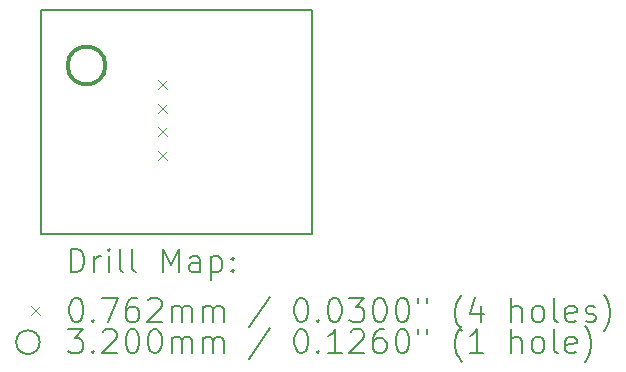
<source format=gbr>
%TF.GenerationSoftware,KiCad,Pcbnew,8.0.4-8.0.4-0~ubuntu24.04.1*%
%TF.CreationDate,2024-09-02T11:32:34+02:00*%
%TF.ProjectId,avos_mini_tapper_coils,61766f73-5f6d-4696-9e69-5f7461707065,rev?*%
%TF.SameCoordinates,Original*%
%TF.FileFunction,Drillmap*%
%TF.FilePolarity,Positive*%
%FSLAX45Y45*%
G04 Gerber Fmt 4.5, Leading zero omitted, Abs format (unit mm)*
G04 Created by KiCad (PCBNEW 8.0.4-8.0.4-0~ubuntu24.04.1) date 2024-09-02 11:32:34*
%MOMM*%
%LPD*%
G01*
G04 APERTURE LIST*
%ADD10C,0.150000*%
%ADD11C,0.200000*%
%ADD12C,0.100000*%
%ADD13C,0.320000*%
G04 APERTURE END LIST*
D10*
X10700000Y-11300000D02*
X10700000Y-9399000D01*
X13000000Y-9400000D02*
X10700000Y-9399000D01*
X13000000Y-11300000D02*
X10700000Y-11300000D01*
X13000000Y-9400000D02*
X13000000Y-11300000D01*
D11*
D12*
X11697400Y-9990900D02*
X11773600Y-10067100D01*
X11773600Y-9990900D02*
X11697400Y-10067100D01*
X11697400Y-10190900D02*
X11773600Y-10267100D01*
X11773600Y-10190900D02*
X11697400Y-10267100D01*
X11697400Y-10390900D02*
X11773600Y-10467100D01*
X11773600Y-10390900D02*
X11697400Y-10467100D01*
X11697400Y-10590900D02*
X11773600Y-10667100D01*
X11773600Y-10590900D02*
X11697400Y-10667100D01*
D13*
X11248000Y-9869000D02*
G75*
G02*
X10928000Y-9869000I-160000J0D01*
G01*
X10928000Y-9869000D02*
G75*
G02*
X11248000Y-9869000I160000J0D01*
G01*
D11*
X10953277Y-11618984D02*
X10953277Y-11418984D01*
X10953277Y-11418984D02*
X11000896Y-11418984D01*
X11000896Y-11418984D02*
X11029467Y-11428508D01*
X11029467Y-11428508D02*
X11048515Y-11447555D01*
X11048515Y-11447555D02*
X11058039Y-11466603D01*
X11058039Y-11466603D02*
X11067563Y-11504698D01*
X11067563Y-11504698D02*
X11067563Y-11533269D01*
X11067563Y-11533269D02*
X11058039Y-11571365D01*
X11058039Y-11571365D02*
X11048515Y-11590412D01*
X11048515Y-11590412D02*
X11029467Y-11609460D01*
X11029467Y-11609460D02*
X11000896Y-11618984D01*
X11000896Y-11618984D02*
X10953277Y-11618984D01*
X11153277Y-11618984D02*
X11153277Y-11485650D01*
X11153277Y-11523746D02*
X11162801Y-11504698D01*
X11162801Y-11504698D02*
X11172324Y-11495174D01*
X11172324Y-11495174D02*
X11191372Y-11485650D01*
X11191372Y-11485650D02*
X11210420Y-11485650D01*
X11277086Y-11618984D02*
X11277086Y-11485650D01*
X11277086Y-11418984D02*
X11267562Y-11428508D01*
X11267562Y-11428508D02*
X11277086Y-11438031D01*
X11277086Y-11438031D02*
X11286610Y-11428508D01*
X11286610Y-11428508D02*
X11277086Y-11418984D01*
X11277086Y-11418984D02*
X11277086Y-11438031D01*
X11400896Y-11618984D02*
X11381848Y-11609460D01*
X11381848Y-11609460D02*
X11372324Y-11590412D01*
X11372324Y-11590412D02*
X11372324Y-11418984D01*
X11505658Y-11618984D02*
X11486610Y-11609460D01*
X11486610Y-11609460D02*
X11477086Y-11590412D01*
X11477086Y-11590412D02*
X11477086Y-11418984D01*
X11734229Y-11618984D02*
X11734229Y-11418984D01*
X11734229Y-11418984D02*
X11800896Y-11561841D01*
X11800896Y-11561841D02*
X11867562Y-11418984D01*
X11867562Y-11418984D02*
X11867562Y-11618984D01*
X12048515Y-11618984D02*
X12048515Y-11514222D01*
X12048515Y-11514222D02*
X12038991Y-11495174D01*
X12038991Y-11495174D02*
X12019943Y-11485650D01*
X12019943Y-11485650D02*
X11981848Y-11485650D01*
X11981848Y-11485650D02*
X11962801Y-11495174D01*
X12048515Y-11609460D02*
X12029467Y-11618984D01*
X12029467Y-11618984D02*
X11981848Y-11618984D01*
X11981848Y-11618984D02*
X11962801Y-11609460D01*
X11962801Y-11609460D02*
X11953277Y-11590412D01*
X11953277Y-11590412D02*
X11953277Y-11571365D01*
X11953277Y-11571365D02*
X11962801Y-11552317D01*
X11962801Y-11552317D02*
X11981848Y-11542793D01*
X11981848Y-11542793D02*
X12029467Y-11542793D01*
X12029467Y-11542793D02*
X12048515Y-11533269D01*
X12143753Y-11485650D02*
X12143753Y-11685650D01*
X12143753Y-11495174D02*
X12162801Y-11485650D01*
X12162801Y-11485650D02*
X12200896Y-11485650D01*
X12200896Y-11485650D02*
X12219943Y-11495174D01*
X12219943Y-11495174D02*
X12229467Y-11504698D01*
X12229467Y-11504698D02*
X12238991Y-11523746D01*
X12238991Y-11523746D02*
X12238991Y-11580888D01*
X12238991Y-11580888D02*
X12229467Y-11599936D01*
X12229467Y-11599936D02*
X12219943Y-11609460D01*
X12219943Y-11609460D02*
X12200896Y-11618984D01*
X12200896Y-11618984D02*
X12162801Y-11618984D01*
X12162801Y-11618984D02*
X12143753Y-11609460D01*
X12324705Y-11599936D02*
X12334229Y-11609460D01*
X12334229Y-11609460D02*
X12324705Y-11618984D01*
X12324705Y-11618984D02*
X12315182Y-11609460D01*
X12315182Y-11609460D02*
X12324705Y-11599936D01*
X12324705Y-11599936D02*
X12324705Y-11618984D01*
X12324705Y-11495174D02*
X12334229Y-11504698D01*
X12334229Y-11504698D02*
X12324705Y-11514222D01*
X12324705Y-11514222D02*
X12315182Y-11504698D01*
X12315182Y-11504698D02*
X12324705Y-11495174D01*
X12324705Y-11495174D02*
X12324705Y-11514222D01*
D12*
X10616300Y-11909400D02*
X10692500Y-11985600D01*
X10692500Y-11909400D02*
X10616300Y-11985600D01*
D11*
X10991372Y-11838984D02*
X11010420Y-11838984D01*
X11010420Y-11838984D02*
X11029467Y-11848508D01*
X11029467Y-11848508D02*
X11038991Y-11858031D01*
X11038991Y-11858031D02*
X11048515Y-11877079D01*
X11048515Y-11877079D02*
X11058039Y-11915174D01*
X11058039Y-11915174D02*
X11058039Y-11962793D01*
X11058039Y-11962793D02*
X11048515Y-12000888D01*
X11048515Y-12000888D02*
X11038991Y-12019936D01*
X11038991Y-12019936D02*
X11029467Y-12029460D01*
X11029467Y-12029460D02*
X11010420Y-12038984D01*
X11010420Y-12038984D02*
X10991372Y-12038984D01*
X10991372Y-12038984D02*
X10972324Y-12029460D01*
X10972324Y-12029460D02*
X10962801Y-12019936D01*
X10962801Y-12019936D02*
X10953277Y-12000888D01*
X10953277Y-12000888D02*
X10943753Y-11962793D01*
X10943753Y-11962793D02*
X10943753Y-11915174D01*
X10943753Y-11915174D02*
X10953277Y-11877079D01*
X10953277Y-11877079D02*
X10962801Y-11858031D01*
X10962801Y-11858031D02*
X10972324Y-11848508D01*
X10972324Y-11848508D02*
X10991372Y-11838984D01*
X11143753Y-12019936D02*
X11153277Y-12029460D01*
X11153277Y-12029460D02*
X11143753Y-12038984D01*
X11143753Y-12038984D02*
X11134229Y-12029460D01*
X11134229Y-12029460D02*
X11143753Y-12019936D01*
X11143753Y-12019936D02*
X11143753Y-12038984D01*
X11219943Y-11838984D02*
X11353277Y-11838984D01*
X11353277Y-11838984D02*
X11267562Y-12038984D01*
X11515182Y-11838984D02*
X11477086Y-11838984D01*
X11477086Y-11838984D02*
X11458039Y-11848508D01*
X11458039Y-11848508D02*
X11448515Y-11858031D01*
X11448515Y-11858031D02*
X11429467Y-11886603D01*
X11429467Y-11886603D02*
X11419943Y-11924698D01*
X11419943Y-11924698D02*
X11419943Y-12000888D01*
X11419943Y-12000888D02*
X11429467Y-12019936D01*
X11429467Y-12019936D02*
X11438991Y-12029460D01*
X11438991Y-12029460D02*
X11458039Y-12038984D01*
X11458039Y-12038984D02*
X11496134Y-12038984D01*
X11496134Y-12038984D02*
X11515182Y-12029460D01*
X11515182Y-12029460D02*
X11524705Y-12019936D01*
X11524705Y-12019936D02*
X11534229Y-12000888D01*
X11534229Y-12000888D02*
X11534229Y-11953269D01*
X11534229Y-11953269D02*
X11524705Y-11934222D01*
X11524705Y-11934222D02*
X11515182Y-11924698D01*
X11515182Y-11924698D02*
X11496134Y-11915174D01*
X11496134Y-11915174D02*
X11458039Y-11915174D01*
X11458039Y-11915174D02*
X11438991Y-11924698D01*
X11438991Y-11924698D02*
X11429467Y-11934222D01*
X11429467Y-11934222D02*
X11419943Y-11953269D01*
X11610420Y-11858031D02*
X11619943Y-11848508D01*
X11619943Y-11848508D02*
X11638991Y-11838984D01*
X11638991Y-11838984D02*
X11686610Y-11838984D01*
X11686610Y-11838984D02*
X11705658Y-11848508D01*
X11705658Y-11848508D02*
X11715182Y-11858031D01*
X11715182Y-11858031D02*
X11724705Y-11877079D01*
X11724705Y-11877079D02*
X11724705Y-11896127D01*
X11724705Y-11896127D02*
X11715182Y-11924698D01*
X11715182Y-11924698D02*
X11600896Y-12038984D01*
X11600896Y-12038984D02*
X11724705Y-12038984D01*
X11810420Y-12038984D02*
X11810420Y-11905650D01*
X11810420Y-11924698D02*
X11819943Y-11915174D01*
X11819943Y-11915174D02*
X11838991Y-11905650D01*
X11838991Y-11905650D02*
X11867563Y-11905650D01*
X11867563Y-11905650D02*
X11886610Y-11915174D01*
X11886610Y-11915174D02*
X11896134Y-11934222D01*
X11896134Y-11934222D02*
X11896134Y-12038984D01*
X11896134Y-11934222D02*
X11905658Y-11915174D01*
X11905658Y-11915174D02*
X11924705Y-11905650D01*
X11924705Y-11905650D02*
X11953277Y-11905650D01*
X11953277Y-11905650D02*
X11972324Y-11915174D01*
X11972324Y-11915174D02*
X11981848Y-11934222D01*
X11981848Y-11934222D02*
X11981848Y-12038984D01*
X12077086Y-12038984D02*
X12077086Y-11905650D01*
X12077086Y-11924698D02*
X12086610Y-11915174D01*
X12086610Y-11915174D02*
X12105658Y-11905650D01*
X12105658Y-11905650D02*
X12134229Y-11905650D01*
X12134229Y-11905650D02*
X12153277Y-11915174D01*
X12153277Y-11915174D02*
X12162801Y-11934222D01*
X12162801Y-11934222D02*
X12162801Y-12038984D01*
X12162801Y-11934222D02*
X12172324Y-11915174D01*
X12172324Y-11915174D02*
X12191372Y-11905650D01*
X12191372Y-11905650D02*
X12219943Y-11905650D01*
X12219943Y-11905650D02*
X12238991Y-11915174D01*
X12238991Y-11915174D02*
X12248515Y-11934222D01*
X12248515Y-11934222D02*
X12248515Y-12038984D01*
X12638991Y-11829460D02*
X12467563Y-12086603D01*
X12896134Y-11838984D02*
X12915182Y-11838984D01*
X12915182Y-11838984D02*
X12934229Y-11848508D01*
X12934229Y-11848508D02*
X12943753Y-11858031D01*
X12943753Y-11858031D02*
X12953277Y-11877079D01*
X12953277Y-11877079D02*
X12962801Y-11915174D01*
X12962801Y-11915174D02*
X12962801Y-11962793D01*
X12962801Y-11962793D02*
X12953277Y-12000888D01*
X12953277Y-12000888D02*
X12943753Y-12019936D01*
X12943753Y-12019936D02*
X12934229Y-12029460D01*
X12934229Y-12029460D02*
X12915182Y-12038984D01*
X12915182Y-12038984D02*
X12896134Y-12038984D01*
X12896134Y-12038984D02*
X12877086Y-12029460D01*
X12877086Y-12029460D02*
X12867563Y-12019936D01*
X12867563Y-12019936D02*
X12858039Y-12000888D01*
X12858039Y-12000888D02*
X12848515Y-11962793D01*
X12848515Y-11962793D02*
X12848515Y-11915174D01*
X12848515Y-11915174D02*
X12858039Y-11877079D01*
X12858039Y-11877079D02*
X12867563Y-11858031D01*
X12867563Y-11858031D02*
X12877086Y-11848508D01*
X12877086Y-11848508D02*
X12896134Y-11838984D01*
X13048515Y-12019936D02*
X13058039Y-12029460D01*
X13058039Y-12029460D02*
X13048515Y-12038984D01*
X13048515Y-12038984D02*
X13038991Y-12029460D01*
X13038991Y-12029460D02*
X13048515Y-12019936D01*
X13048515Y-12019936D02*
X13048515Y-12038984D01*
X13181848Y-11838984D02*
X13200896Y-11838984D01*
X13200896Y-11838984D02*
X13219944Y-11848508D01*
X13219944Y-11848508D02*
X13229467Y-11858031D01*
X13229467Y-11858031D02*
X13238991Y-11877079D01*
X13238991Y-11877079D02*
X13248515Y-11915174D01*
X13248515Y-11915174D02*
X13248515Y-11962793D01*
X13248515Y-11962793D02*
X13238991Y-12000888D01*
X13238991Y-12000888D02*
X13229467Y-12019936D01*
X13229467Y-12019936D02*
X13219944Y-12029460D01*
X13219944Y-12029460D02*
X13200896Y-12038984D01*
X13200896Y-12038984D02*
X13181848Y-12038984D01*
X13181848Y-12038984D02*
X13162801Y-12029460D01*
X13162801Y-12029460D02*
X13153277Y-12019936D01*
X13153277Y-12019936D02*
X13143753Y-12000888D01*
X13143753Y-12000888D02*
X13134229Y-11962793D01*
X13134229Y-11962793D02*
X13134229Y-11915174D01*
X13134229Y-11915174D02*
X13143753Y-11877079D01*
X13143753Y-11877079D02*
X13153277Y-11858031D01*
X13153277Y-11858031D02*
X13162801Y-11848508D01*
X13162801Y-11848508D02*
X13181848Y-11838984D01*
X13315182Y-11838984D02*
X13438991Y-11838984D01*
X13438991Y-11838984D02*
X13372325Y-11915174D01*
X13372325Y-11915174D02*
X13400896Y-11915174D01*
X13400896Y-11915174D02*
X13419944Y-11924698D01*
X13419944Y-11924698D02*
X13429467Y-11934222D01*
X13429467Y-11934222D02*
X13438991Y-11953269D01*
X13438991Y-11953269D02*
X13438991Y-12000888D01*
X13438991Y-12000888D02*
X13429467Y-12019936D01*
X13429467Y-12019936D02*
X13419944Y-12029460D01*
X13419944Y-12029460D02*
X13400896Y-12038984D01*
X13400896Y-12038984D02*
X13343753Y-12038984D01*
X13343753Y-12038984D02*
X13324706Y-12029460D01*
X13324706Y-12029460D02*
X13315182Y-12019936D01*
X13562801Y-11838984D02*
X13581848Y-11838984D01*
X13581848Y-11838984D02*
X13600896Y-11848508D01*
X13600896Y-11848508D02*
X13610420Y-11858031D01*
X13610420Y-11858031D02*
X13619944Y-11877079D01*
X13619944Y-11877079D02*
X13629467Y-11915174D01*
X13629467Y-11915174D02*
X13629467Y-11962793D01*
X13629467Y-11962793D02*
X13619944Y-12000888D01*
X13619944Y-12000888D02*
X13610420Y-12019936D01*
X13610420Y-12019936D02*
X13600896Y-12029460D01*
X13600896Y-12029460D02*
X13581848Y-12038984D01*
X13581848Y-12038984D02*
X13562801Y-12038984D01*
X13562801Y-12038984D02*
X13543753Y-12029460D01*
X13543753Y-12029460D02*
X13534229Y-12019936D01*
X13534229Y-12019936D02*
X13524706Y-12000888D01*
X13524706Y-12000888D02*
X13515182Y-11962793D01*
X13515182Y-11962793D02*
X13515182Y-11915174D01*
X13515182Y-11915174D02*
X13524706Y-11877079D01*
X13524706Y-11877079D02*
X13534229Y-11858031D01*
X13534229Y-11858031D02*
X13543753Y-11848508D01*
X13543753Y-11848508D02*
X13562801Y-11838984D01*
X13753277Y-11838984D02*
X13772325Y-11838984D01*
X13772325Y-11838984D02*
X13791372Y-11848508D01*
X13791372Y-11848508D02*
X13800896Y-11858031D01*
X13800896Y-11858031D02*
X13810420Y-11877079D01*
X13810420Y-11877079D02*
X13819944Y-11915174D01*
X13819944Y-11915174D02*
X13819944Y-11962793D01*
X13819944Y-11962793D02*
X13810420Y-12000888D01*
X13810420Y-12000888D02*
X13800896Y-12019936D01*
X13800896Y-12019936D02*
X13791372Y-12029460D01*
X13791372Y-12029460D02*
X13772325Y-12038984D01*
X13772325Y-12038984D02*
X13753277Y-12038984D01*
X13753277Y-12038984D02*
X13734229Y-12029460D01*
X13734229Y-12029460D02*
X13724706Y-12019936D01*
X13724706Y-12019936D02*
X13715182Y-12000888D01*
X13715182Y-12000888D02*
X13705658Y-11962793D01*
X13705658Y-11962793D02*
X13705658Y-11915174D01*
X13705658Y-11915174D02*
X13715182Y-11877079D01*
X13715182Y-11877079D02*
X13724706Y-11858031D01*
X13724706Y-11858031D02*
X13734229Y-11848508D01*
X13734229Y-11848508D02*
X13753277Y-11838984D01*
X13896134Y-11838984D02*
X13896134Y-11877079D01*
X13972325Y-11838984D02*
X13972325Y-11877079D01*
X14267563Y-12115174D02*
X14258039Y-12105650D01*
X14258039Y-12105650D02*
X14238991Y-12077079D01*
X14238991Y-12077079D02*
X14229468Y-12058031D01*
X14229468Y-12058031D02*
X14219944Y-12029460D01*
X14219944Y-12029460D02*
X14210420Y-11981841D01*
X14210420Y-11981841D02*
X14210420Y-11943746D01*
X14210420Y-11943746D02*
X14219944Y-11896127D01*
X14219944Y-11896127D02*
X14229468Y-11867555D01*
X14229468Y-11867555D02*
X14238991Y-11848508D01*
X14238991Y-11848508D02*
X14258039Y-11819936D01*
X14258039Y-11819936D02*
X14267563Y-11810412D01*
X14429468Y-11905650D02*
X14429468Y-12038984D01*
X14381848Y-11829460D02*
X14334229Y-11972317D01*
X14334229Y-11972317D02*
X14458039Y-11972317D01*
X14686610Y-12038984D02*
X14686610Y-11838984D01*
X14772325Y-12038984D02*
X14772325Y-11934222D01*
X14772325Y-11934222D02*
X14762801Y-11915174D01*
X14762801Y-11915174D02*
X14743753Y-11905650D01*
X14743753Y-11905650D02*
X14715182Y-11905650D01*
X14715182Y-11905650D02*
X14696134Y-11915174D01*
X14696134Y-11915174D02*
X14686610Y-11924698D01*
X14896134Y-12038984D02*
X14877087Y-12029460D01*
X14877087Y-12029460D02*
X14867563Y-12019936D01*
X14867563Y-12019936D02*
X14858039Y-12000888D01*
X14858039Y-12000888D02*
X14858039Y-11943746D01*
X14858039Y-11943746D02*
X14867563Y-11924698D01*
X14867563Y-11924698D02*
X14877087Y-11915174D01*
X14877087Y-11915174D02*
X14896134Y-11905650D01*
X14896134Y-11905650D02*
X14924706Y-11905650D01*
X14924706Y-11905650D02*
X14943753Y-11915174D01*
X14943753Y-11915174D02*
X14953277Y-11924698D01*
X14953277Y-11924698D02*
X14962801Y-11943746D01*
X14962801Y-11943746D02*
X14962801Y-12000888D01*
X14962801Y-12000888D02*
X14953277Y-12019936D01*
X14953277Y-12019936D02*
X14943753Y-12029460D01*
X14943753Y-12029460D02*
X14924706Y-12038984D01*
X14924706Y-12038984D02*
X14896134Y-12038984D01*
X15077087Y-12038984D02*
X15058039Y-12029460D01*
X15058039Y-12029460D02*
X15048515Y-12010412D01*
X15048515Y-12010412D02*
X15048515Y-11838984D01*
X15229468Y-12029460D02*
X15210420Y-12038984D01*
X15210420Y-12038984D02*
X15172325Y-12038984D01*
X15172325Y-12038984D02*
X15153277Y-12029460D01*
X15153277Y-12029460D02*
X15143753Y-12010412D01*
X15143753Y-12010412D02*
X15143753Y-11934222D01*
X15143753Y-11934222D02*
X15153277Y-11915174D01*
X15153277Y-11915174D02*
X15172325Y-11905650D01*
X15172325Y-11905650D02*
X15210420Y-11905650D01*
X15210420Y-11905650D02*
X15229468Y-11915174D01*
X15229468Y-11915174D02*
X15238991Y-11934222D01*
X15238991Y-11934222D02*
X15238991Y-11953269D01*
X15238991Y-11953269D02*
X15143753Y-11972317D01*
X15315182Y-12029460D02*
X15334230Y-12038984D01*
X15334230Y-12038984D02*
X15372325Y-12038984D01*
X15372325Y-12038984D02*
X15391372Y-12029460D01*
X15391372Y-12029460D02*
X15400896Y-12010412D01*
X15400896Y-12010412D02*
X15400896Y-12000888D01*
X15400896Y-12000888D02*
X15391372Y-11981841D01*
X15391372Y-11981841D02*
X15372325Y-11972317D01*
X15372325Y-11972317D02*
X15343753Y-11972317D01*
X15343753Y-11972317D02*
X15324706Y-11962793D01*
X15324706Y-11962793D02*
X15315182Y-11943746D01*
X15315182Y-11943746D02*
X15315182Y-11934222D01*
X15315182Y-11934222D02*
X15324706Y-11915174D01*
X15324706Y-11915174D02*
X15343753Y-11905650D01*
X15343753Y-11905650D02*
X15372325Y-11905650D01*
X15372325Y-11905650D02*
X15391372Y-11915174D01*
X15467563Y-12115174D02*
X15477087Y-12105650D01*
X15477087Y-12105650D02*
X15496134Y-12077079D01*
X15496134Y-12077079D02*
X15505658Y-12058031D01*
X15505658Y-12058031D02*
X15515182Y-12029460D01*
X15515182Y-12029460D02*
X15524706Y-11981841D01*
X15524706Y-11981841D02*
X15524706Y-11943746D01*
X15524706Y-11943746D02*
X15515182Y-11896127D01*
X15515182Y-11896127D02*
X15505658Y-11867555D01*
X15505658Y-11867555D02*
X15496134Y-11848508D01*
X15496134Y-11848508D02*
X15477087Y-11819936D01*
X15477087Y-11819936D02*
X15467563Y-11810412D01*
X10692500Y-12211500D02*
G75*
G02*
X10492500Y-12211500I-100000J0D01*
G01*
X10492500Y-12211500D02*
G75*
G02*
X10692500Y-12211500I100000J0D01*
G01*
X10934229Y-12102984D02*
X11058039Y-12102984D01*
X11058039Y-12102984D02*
X10991372Y-12179174D01*
X10991372Y-12179174D02*
X11019944Y-12179174D01*
X11019944Y-12179174D02*
X11038991Y-12188698D01*
X11038991Y-12188698D02*
X11048515Y-12198222D01*
X11048515Y-12198222D02*
X11058039Y-12217269D01*
X11058039Y-12217269D02*
X11058039Y-12264888D01*
X11058039Y-12264888D02*
X11048515Y-12283936D01*
X11048515Y-12283936D02*
X11038991Y-12293460D01*
X11038991Y-12293460D02*
X11019944Y-12302984D01*
X11019944Y-12302984D02*
X10962801Y-12302984D01*
X10962801Y-12302984D02*
X10943753Y-12293460D01*
X10943753Y-12293460D02*
X10934229Y-12283936D01*
X11143753Y-12283936D02*
X11153277Y-12293460D01*
X11153277Y-12293460D02*
X11143753Y-12302984D01*
X11143753Y-12302984D02*
X11134229Y-12293460D01*
X11134229Y-12293460D02*
X11143753Y-12283936D01*
X11143753Y-12283936D02*
X11143753Y-12302984D01*
X11229467Y-12122031D02*
X11238991Y-12112508D01*
X11238991Y-12112508D02*
X11258039Y-12102984D01*
X11258039Y-12102984D02*
X11305658Y-12102984D01*
X11305658Y-12102984D02*
X11324705Y-12112508D01*
X11324705Y-12112508D02*
X11334229Y-12122031D01*
X11334229Y-12122031D02*
X11343753Y-12141079D01*
X11343753Y-12141079D02*
X11343753Y-12160127D01*
X11343753Y-12160127D02*
X11334229Y-12188698D01*
X11334229Y-12188698D02*
X11219943Y-12302984D01*
X11219943Y-12302984D02*
X11343753Y-12302984D01*
X11467562Y-12102984D02*
X11486610Y-12102984D01*
X11486610Y-12102984D02*
X11505658Y-12112508D01*
X11505658Y-12112508D02*
X11515182Y-12122031D01*
X11515182Y-12122031D02*
X11524705Y-12141079D01*
X11524705Y-12141079D02*
X11534229Y-12179174D01*
X11534229Y-12179174D02*
X11534229Y-12226793D01*
X11534229Y-12226793D02*
X11524705Y-12264888D01*
X11524705Y-12264888D02*
X11515182Y-12283936D01*
X11515182Y-12283936D02*
X11505658Y-12293460D01*
X11505658Y-12293460D02*
X11486610Y-12302984D01*
X11486610Y-12302984D02*
X11467562Y-12302984D01*
X11467562Y-12302984D02*
X11448515Y-12293460D01*
X11448515Y-12293460D02*
X11438991Y-12283936D01*
X11438991Y-12283936D02*
X11429467Y-12264888D01*
X11429467Y-12264888D02*
X11419943Y-12226793D01*
X11419943Y-12226793D02*
X11419943Y-12179174D01*
X11419943Y-12179174D02*
X11429467Y-12141079D01*
X11429467Y-12141079D02*
X11438991Y-12122031D01*
X11438991Y-12122031D02*
X11448515Y-12112508D01*
X11448515Y-12112508D02*
X11467562Y-12102984D01*
X11658039Y-12102984D02*
X11677086Y-12102984D01*
X11677086Y-12102984D02*
X11696134Y-12112508D01*
X11696134Y-12112508D02*
X11705658Y-12122031D01*
X11705658Y-12122031D02*
X11715182Y-12141079D01*
X11715182Y-12141079D02*
X11724705Y-12179174D01*
X11724705Y-12179174D02*
X11724705Y-12226793D01*
X11724705Y-12226793D02*
X11715182Y-12264888D01*
X11715182Y-12264888D02*
X11705658Y-12283936D01*
X11705658Y-12283936D02*
X11696134Y-12293460D01*
X11696134Y-12293460D02*
X11677086Y-12302984D01*
X11677086Y-12302984D02*
X11658039Y-12302984D01*
X11658039Y-12302984D02*
X11638991Y-12293460D01*
X11638991Y-12293460D02*
X11629467Y-12283936D01*
X11629467Y-12283936D02*
X11619943Y-12264888D01*
X11619943Y-12264888D02*
X11610420Y-12226793D01*
X11610420Y-12226793D02*
X11610420Y-12179174D01*
X11610420Y-12179174D02*
X11619943Y-12141079D01*
X11619943Y-12141079D02*
X11629467Y-12122031D01*
X11629467Y-12122031D02*
X11638991Y-12112508D01*
X11638991Y-12112508D02*
X11658039Y-12102984D01*
X11810420Y-12302984D02*
X11810420Y-12169650D01*
X11810420Y-12188698D02*
X11819943Y-12179174D01*
X11819943Y-12179174D02*
X11838991Y-12169650D01*
X11838991Y-12169650D02*
X11867563Y-12169650D01*
X11867563Y-12169650D02*
X11886610Y-12179174D01*
X11886610Y-12179174D02*
X11896134Y-12198222D01*
X11896134Y-12198222D02*
X11896134Y-12302984D01*
X11896134Y-12198222D02*
X11905658Y-12179174D01*
X11905658Y-12179174D02*
X11924705Y-12169650D01*
X11924705Y-12169650D02*
X11953277Y-12169650D01*
X11953277Y-12169650D02*
X11972324Y-12179174D01*
X11972324Y-12179174D02*
X11981848Y-12198222D01*
X11981848Y-12198222D02*
X11981848Y-12302984D01*
X12077086Y-12302984D02*
X12077086Y-12169650D01*
X12077086Y-12188698D02*
X12086610Y-12179174D01*
X12086610Y-12179174D02*
X12105658Y-12169650D01*
X12105658Y-12169650D02*
X12134229Y-12169650D01*
X12134229Y-12169650D02*
X12153277Y-12179174D01*
X12153277Y-12179174D02*
X12162801Y-12198222D01*
X12162801Y-12198222D02*
X12162801Y-12302984D01*
X12162801Y-12198222D02*
X12172324Y-12179174D01*
X12172324Y-12179174D02*
X12191372Y-12169650D01*
X12191372Y-12169650D02*
X12219943Y-12169650D01*
X12219943Y-12169650D02*
X12238991Y-12179174D01*
X12238991Y-12179174D02*
X12248515Y-12198222D01*
X12248515Y-12198222D02*
X12248515Y-12302984D01*
X12638991Y-12093460D02*
X12467563Y-12350603D01*
X12896134Y-12102984D02*
X12915182Y-12102984D01*
X12915182Y-12102984D02*
X12934229Y-12112508D01*
X12934229Y-12112508D02*
X12943753Y-12122031D01*
X12943753Y-12122031D02*
X12953277Y-12141079D01*
X12953277Y-12141079D02*
X12962801Y-12179174D01*
X12962801Y-12179174D02*
X12962801Y-12226793D01*
X12962801Y-12226793D02*
X12953277Y-12264888D01*
X12953277Y-12264888D02*
X12943753Y-12283936D01*
X12943753Y-12283936D02*
X12934229Y-12293460D01*
X12934229Y-12293460D02*
X12915182Y-12302984D01*
X12915182Y-12302984D02*
X12896134Y-12302984D01*
X12896134Y-12302984D02*
X12877086Y-12293460D01*
X12877086Y-12293460D02*
X12867563Y-12283936D01*
X12867563Y-12283936D02*
X12858039Y-12264888D01*
X12858039Y-12264888D02*
X12848515Y-12226793D01*
X12848515Y-12226793D02*
X12848515Y-12179174D01*
X12848515Y-12179174D02*
X12858039Y-12141079D01*
X12858039Y-12141079D02*
X12867563Y-12122031D01*
X12867563Y-12122031D02*
X12877086Y-12112508D01*
X12877086Y-12112508D02*
X12896134Y-12102984D01*
X13048515Y-12283936D02*
X13058039Y-12293460D01*
X13058039Y-12293460D02*
X13048515Y-12302984D01*
X13048515Y-12302984D02*
X13038991Y-12293460D01*
X13038991Y-12293460D02*
X13048515Y-12283936D01*
X13048515Y-12283936D02*
X13048515Y-12302984D01*
X13248515Y-12302984D02*
X13134229Y-12302984D01*
X13191372Y-12302984D02*
X13191372Y-12102984D01*
X13191372Y-12102984D02*
X13172325Y-12131555D01*
X13172325Y-12131555D02*
X13153277Y-12150603D01*
X13153277Y-12150603D02*
X13134229Y-12160127D01*
X13324706Y-12122031D02*
X13334229Y-12112508D01*
X13334229Y-12112508D02*
X13353277Y-12102984D01*
X13353277Y-12102984D02*
X13400896Y-12102984D01*
X13400896Y-12102984D02*
X13419944Y-12112508D01*
X13419944Y-12112508D02*
X13429467Y-12122031D01*
X13429467Y-12122031D02*
X13438991Y-12141079D01*
X13438991Y-12141079D02*
X13438991Y-12160127D01*
X13438991Y-12160127D02*
X13429467Y-12188698D01*
X13429467Y-12188698D02*
X13315182Y-12302984D01*
X13315182Y-12302984D02*
X13438991Y-12302984D01*
X13610420Y-12102984D02*
X13572325Y-12102984D01*
X13572325Y-12102984D02*
X13553277Y-12112508D01*
X13553277Y-12112508D02*
X13543753Y-12122031D01*
X13543753Y-12122031D02*
X13524706Y-12150603D01*
X13524706Y-12150603D02*
X13515182Y-12188698D01*
X13515182Y-12188698D02*
X13515182Y-12264888D01*
X13515182Y-12264888D02*
X13524706Y-12283936D01*
X13524706Y-12283936D02*
X13534229Y-12293460D01*
X13534229Y-12293460D02*
X13553277Y-12302984D01*
X13553277Y-12302984D02*
X13591372Y-12302984D01*
X13591372Y-12302984D02*
X13610420Y-12293460D01*
X13610420Y-12293460D02*
X13619944Y-12283936D01*
X13619944Y-12283936D02*
X13629467Y-12264888D01*
X13629467Y-12264888D02*
X13629467Y-12217269D01*
X13629467Y-12217269D02*
X13619944Y-12198222D01*
X13619944Y-12198222D02*
X13610420Y-12188698D01*
X13610420Y-12188698D02*
X13591372Y-12179174D01*
X13591372Y-12179174D02*
X13553277Y-12179174D01*
X13553277Y-12179174D02*
X13534229Y-12188698D01*
X13534229Y-12188698D02*
X13524706Y-12198222D01*
X13524706Y-12198222D02*
X13515182Y-12217269D01*
X13753277Y-12102984D02*
X13772325Y-12102984D01*
X13772325Y-12102984D02*
X13791372Y-12112508D01*
X13791372Y-12112508D02*
X13800896Y-12122031D01*
X13800896Y-12122031D02*
X13810420Y-12141079D01*
X13810420Y-12141079D02*
X13819944Y-12179174D01*
X13819944Y-12179174D02*
X13819944Y-12226793D01*
X13819944Y-12226793D02*
X13810420Y-12264888D01*
X13810420Y-12264888D02*
X13800896Y-12283936D01*
X13800896Y-12283936D02*
X13791372Y-12293460D01*
X13791372Y-12293460D02*
X13772325Y-12302984D01*
X13772325Y-12302984D02*
X13753277Y-12302984D01*
X13753277Y-12302984D02*
X13734229Y-12293460D01*
X13734229Y-12293460D02*
X13724706Y-12283936D01*
X13724706Y-12283936D02*
X13715182Y-12264888D01*
X13715182Y-12264888D02*
X13705658Y-12226793D01*
X13705658Y-12226793D02*
X13705658Y-12179174D01*
X13705658Y-12179174D02*
X13715182Y-12141079D01*
X13715182Y-12141079D02*
X13724706Y-12122031D01*
X13724706Y-12122031D02*
X13734229Y-12112508D01*
X13734229Y-12112508D02*
X13753277Y-12102984D01*
X13896134Y-12102984D02*
X13896134Y-12141079D01*
X13972325Y-12102984D02*
X13972325Y-12141079D01*
X14267563Y-12379174D02*
X14258039Y-12369650D01*
X14258039Y-12369650D02*
X14238991Y-12341079D01*
X14238991Y-12341079D02*
X14229468Y-12322031D01*
X14229468Y-12322031D02*
X14219944Y-12293460D01*
X14219944Y-12293460D02*
X14210420Y-12245841D01*
X14210420Y-12245841D02*
X14210420Y-12207746D01*
X14210420Y-12207746D02*
X14219944Y-12160127D01*
X14219944Y-12160127D02*
X14229468Y-12131555D01*
X14229468Y-12131555D02*
X14238991Y-12112508D01*
X14238991Y-12112508D02*
X14258039Y-12083936D01*
X14258039Y-12083936D02*
X14267563Y-12074412D01*
X14448515Y-12302984D02*
X14334229Y-12302984D01*
X14391372Y-12302984D02*
X14391372Y-12102984D01*
X14391372Y-12102984D02*
X14372325Y-12131555D01*
X14372325Y-12131555D02*
X14353277Y-12150603D01*
X14353277Y-12150603D02*
X14334229Y-12160127D01*
X14686610Y-12302984D02*
X14686610Y-12102984D01*
X14772325Y-12302984D02*
X14772325Y-12198222D01*
X14772325Y-12198222D02*
X14762801Y-12179174D01*
X14762801Y-12179174D02*
X14743753Y-12169650D01*
X14743753Y-12169650D02*
X14715182Y-12169650D01*
X14715182Y-12169650D02*
X14696134Y-12179174D01*
X14696134Y-12179174D02*
X14686610Y-12188698D01*
X14896134Y-12302984D02*
X14877087Y-12293460D01*
X14877087Y-12293460D02*
X14867563Y-12283936D01*
X14867563Y-12283936D02*
X14858039Y-12264888D01*
X14858039Y-12264888D02*
X14858039Y-12207746D01*
X14858039Y-12207746D02*
X14867563Y-12188698D01*
X14867563Y-12188698D02*
X14877087Y-12179174D01*
X14877087Y-12179174D02*
X14896134Y-12169650D01*
X14896134Y-12169650D02*
X14924706Y-12169650D01*
X14924706Y-12169650D02*
X14943753Y-12179174D01*
X14943753Y-12179174D02*
X14953277Y-12188698D01*
X14953277Y-12188698D02*
X14962801Y-12207746D01*
X14962801Y-12207746D02*
X14962801Y-12264888D01*
X14962801Y-12264888D02*
X14953277Y-12283936D01*
X14953277Y-12283936D02*
X14943753Y-12293460D01*
X14943753Y-12293460D02*
X14924706Y-12302984D01*
X14924706Y-12302984D02*
X14896134Y-12302984D01*
X15077087Y-12302984D02*
X15058039Y-12293460D01*
X15058039Y-12293460D02*
X15048515Y-12274412D01*
X15048515Y-12274412D02*
X15048515Y-12102984D01*
X15229468Y-12293460D02*
X15210420Y-12302984D01*
X15210420Y-12302984D02*
X15172325Y-12302984D01*
X15172325Y-12302984D02*
X15153277Y-12293460D01*
X15153277Y-12293460D02*
X15143753Y-12274412D01*
X15143753Y-12274412D02*
X15143753Y-12198222D01*
X15143753Y-12198222D02*
X15153277Y-12179174D01*
X15153277Y-12179174D02*
X15172325Y-12169650D01*
X15172325Y-12169650D02*
X15210420Y-12169650D01*
X15210420Y-12169650D02*
X15229468Y-12179174D01*
X15229468Y-12179174D02*
X15238991Y-12198222D01*
X15238991Y-12198222D02*
X15238991Y-12217269D01*
X15238991Y-12217269D02*
X15143753Y-12236317D01*
X15305658Y-12379174D02*
X15315182Y-12369650D01*
X15315182Y-12369650D02*
X15334230Y-12341079D01*
X15334230Y-12341079D02*
X15343753Y-12322031D01*
X15343753Y-12322031D02*
X15353277Y-12293460D01*
X15353277Y-12293460D02*
X15362801Y-12245841D01*
X15362801Y-12245841D02*
X15362801Y-12207746D01*
X15362801Y-12207746D02*
X15353277Y-12160127D01*
X15353277Y-12160127D02*
X15343753Y-12131555D01*
X15343753Y-12131555D02*
X15334230Y-12112508D01*
X15334230Y-12112508D02*
X15315182Y-12083936D01*
X15315182Y-12083936D02*
X15305658Y-12074412D01*
M02*

</source>
